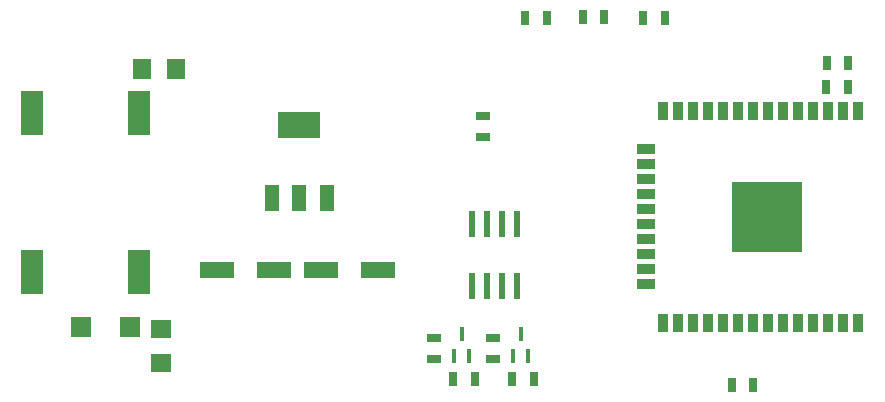
<source format=gtp>
G75*
%MOIN*%
%OFA0B0*%
%FSLAX25Y25*%
%IPPOS*%
%LPD*%
%AMOC8*
5,1,8,0,0,1.08239X$1,22.5*
%
%ADD10R,0.07600X0.15000*%
%ADD11R,0.02400X0.08700*%
%ADD12R,0.03543X0.05906*%
%ADD13R,0.05906X0.03543*%
%ADD14R,0.23622X0.23622*%
%ADD15R,0.07087X0.06693*%
%ADD16R,0.07098X0.06299*%
%ADD17R,0.06299X0.07098*%
%ADD18R,0.03150X0.04724*%
%ADD19R,0.04800X0.08800*%
%ADD20R,0.14173X0.08661*%
%ADD21R,0.11811X0.05512*%
%ADD22R,0.04724X0.03150*%
%ADD23R,0.01800X0.04600*%
D10*
X0028547Y0060476D03*
X0063980Y0060476D03*
X0064177Y0113390D03*
X0028547Y0113626D03*
D11*
X0174945Y0076564D03*
X0179945Y0076564D03*
X0184945Y0076564D03*
X0189945Y0076564D03*
X0189945Y0055964D03*
X0184945Y0055964D03*
X0179945Y0055964D03*
X0174945Y0055964D03*
D12*
X0238862Y0043469D03*
X0243862Y0043469D03*
X0248862Y0043469D03*
X0253862Y0043469D03*
X0258862Y0043469D03*
X0263862Y0043469D03*
X0268862Y0043469D03*
X0273862Y0043469D03*
X0278862Y0043469D03*
X0283862Y0043469D03*
X0288862Y0043469D03*
X0293862Y0043469D03*
X0298862Y0043469D03*
X0303862Y0043469D03*
X0303862Y0114335D03*
X0298862Y0114335D03*
X0293862Y0114335D03*
X0288862Y0114335D03*
X0283862Y0114335D03*
X0278862Y0114335D03*
X0273862Y0114335D03*
X0268862Y0114335D03*
X0263862Y0114335D03*
X0258862Y0114335D03*
X0253862Y0114335D03*
X0248862Y0114335D03*
X0243862Y0114335D03*
X0238862Y0114335D03*
D13*
X0232996Y0101402D03*
X0232996Y0096402D03*
X0232996Y0091402D03*
X0232996Y0086402D03*
X0232996Y0081402D03*
X0232996Y0076402D03*
X0232996Y0071402D03*
X0232996Y0066402D03*
X0232996Y0061402D03*
X0232996Y0056402D03*
D14*
X0273547Y0078902D03*
D15*
X0060909Y0042366D03*
X0044768Y0042366D03*
D16*
X0071264Y0030311D03*
X0071264Y0041508D03*
D17*
X0076232Y0128154D03*
X0065035Y0128154D03*
D18*
X0192839Y0145201D03*
X0199925Y0145201D03*
X0212130Y0145594D03*
X0219217Y0145594D03*
X0232209Y0145201D03*
X0239295Y0145201D03*
X0293232Y0130240D03*
X0300319Y0130240D03*
X0300240Y0122248D03*
X0293154Y0122248D03*
X0195594Y0024728D03*
X0188508Y0024728D03*
X0175909Y0024728D03*
X0168823Y0024728D03*
X0261736Y0022760D03*
X0268823Y0022760D03*
D19*
X0126584Y0085166D03*
X0117484Y0085166D03*
X0108384Y0085166D03*
D20*
X0117484Y0109567D03*
D21*
X0124728Y0061343D03*
X0108980Y0061343D03*
X0090083Y0061343D03*
X0143626Y0061343D03*
D22*
X0162524Y0038508D03*
X0162524Y0031421D03*
X0182209Y0031421D03*
X0182209Y0038508D03*
X0178665Y0105437D03*
X0178665Y0112524D03*
D23*
X0171579Y0039846D03*
X0174179Y0032446D03*
X0168979Y0032446D03*
X0188664Y0032446D03*
X0193864Y0032446D03*
X0191264Y0039846D03*
M02*

</source>
